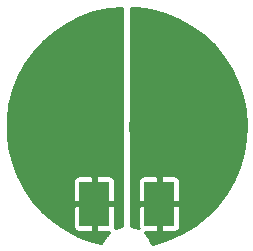
<source format=gbr>
%TF.GenerationSoftware,KiCad,Pcbnew,(5.1.6)-1*%
%TF.CreationDate,2022-08-09T23:36:10-07:00*%
%TF.ProjectId,Starboard_LED,53746172-626f-4617-9264-5f4c45442e6b,rev?*%
%TF.SameCoordinates,Original*%
%TF.FileFunction,Copper,L1,Top*%
%TF.FilePolarity,Positive*%
%FSLAX46Y46*%
G04 Gerber Fmt 4.6, Leading zero omitted, Abs format (unit mm)*
G04 Created by KiCad (PCBNEW (5.1.6)-1) date 2022-08-09 23:36:10*
%MOMM*%
%LPD*%
G01*
G04 APERTURE LIST*
%TA.AperFunction,SMDPad,CuDef*%
%ADD10R,2.500000X3.800000*%
%TD*%
%TA.AperFunction,SMDPad,CuDef*%
%ADD11R,0.260000X0.900000*%
%TD*%
%TA.AperFunction,Conductor*%
%ADD12C,0.254000*%
%TD*%
G04 APERTURE END LIST*
D10*
%TO.P,J2,1*%
%TO.N,Net-(D1-Pad1)*%
X154750000Y-111500000D03*
%TD*%
%TO.P,J1,1*%
%TO.N,Net-(D1-Pad2)*%
X160250000Y-111500000D03*
%TD*%
D11*
%TO.P,D1,2*%
%TO.N,Net-(D1-Pad2)*%
X157800000Y-105000000D03*
%TO.P,D1,1*%
%TO.N,Net-(D1-Pad1)*%
X157220000Y-105000000D03*
%TD*%
D12*
%TO.N,Net-(D1-Pad1)*%
G36*
X157123000Y-94905712D02*
G01*
X157123000Y-113376783D01*
X156901689Y-113419239D01*
X156862415Y-113430842D01*
X156822954Y-113441904D01*
X156817095Y-113444231D01*
X156817089Y-113444233D01*
X156817084Y-113444236D01*
X156498080Y-113573509D01*
X156519375Y-113503310D01*
X156529550Y-113400000D01*
X156527000Y-111758750D01*
X156395250Y-111627000D01*
X154877000Y-111627000D01*
X154877000Y-113795250D01*
X155008750Y-113927000D01*
X155983555Y-113929508D01*
X155794838Y-114114698D01*
X155768518Y-114146132D01*
X155741802Y-114177148D01*
X155738205Y-114182334D01*
X155538816Y-114474187D01*
X155519103Y-114510135D01*
X155498920Y-114545749D01*
X155496399Y-114551535D01*
X155366088Y-114856452D01*
X154577004Y-114669640D01*
X153420360Y-114241341D01*
X152324534Y-113675275D01*
X151921289Y-113400000D01*
X152970450Y-113400000D01*
X152980625Y-113503310D01*
X153010760Y-113602650D01*
X153059695Y-113694202D01*
X153125552Y-113774448D01*
X153205798Y-113840305D01*
X153297350Y-113889240D01*
X153396690Y-113919375D01*
X153500000Y-113929550D01*
X154491250Y-113927000D01*
X154623000Y-113795250D01*
X154623000Y-111627000D01*
X153104750Y-111627000D01*
X152973000Y-111758750D01*
X152970450Y-113400000D01*
X151921289Y-113400000D01*
X151305859Y-112979878D01*
X150379529Y-112165524D01*
X149559347Y-111244348D01*
X148857542Y-110230082D01*
X148527013Y-109600000D01*
X152970450Y-109600000D01*
X152973000Y-111241250D01*
X153104750Y-111373000D01*
X154623000Y-111373000D01*
X154623000Y-109204750D01*
X154877000Y-109204750D01*
X154877000Y-111373000D01*
X156395250Y-111373000D01*
X156527000Y-111241250D01*
X156529550Y-109600000D01*
X156519375Y-109496690D01*
X156489240Y-109397350D01*
X156440305Y-109305798D01*
X156374448Y-109225552D01*
X156294202Y-109159695D01*
X156202650Y-109110760D01*
X156103310Y-109080625D01*
X156000000Y-109070450D01*
X155008750Y-109073000D01*
X154877000Y-109204750D01*
X154623000Y-109204750D01*
X154491250Y-109073000D01*
X153500000Y-109070450D01*
X153396690Y-109080625D01*
X153297350Y-109110760D01*
X153205798Y-109159695D01*
X153125552Y-109225552D01*
X153059695Y-109305798D01*
X153010760Y-109397350D01*
X152980625Y-109496690D01*
X152970450Y-109600000D01*
X148527013Y-109600000D01*
X148284574Y-109137845D01*
X147848986Y-107983919D01*
X147557276Y-106785522D01*
X147413787Y-105560497D01*
X147420661Y-104327120D01*
X147577795Y-103103768D01*
X147882847Y-101908688D01*
X148331263Y-100759705D01*
X148916368Y-99673921D01*
X149629437Y-98667538D01*
X150459836Y-97755558D01*
X151395186Y-96951578D01*
X152421552Y-96267577D01*
X153523613Y-95713763D01*
X154684965Y-95298380D01*
X155888278Y-95027628D01*
X157115616Y-94905542D01*
X157123000Y-94905712D01*
G37*
X157123000Y-94905712D02*
X157123000Y-113376783D01*
X156901689Y-113419239D01*
X156862415Y-113430842D01*
X156822954Y-113441904D01*
X156817095Y-113444231D01*
X156817089Y-113444233D01*
X156817084Y-113444236D01*
X156498080Y-113573509D01*
X156519375Y-113503310D01*
X156529550Y-113400000D01*
X156527000Y-111758750D01*
X156395250Y-111627000D01*
X154877000Y-111627000D01*
X154877000Y-113795250D01*
X155008750Y-113927000D01*
X155983555Y-113929508D01*
X155794838Y-114114698D01*
X155768518Y-114146132D01*
X155741802Y-114177148D01*
X155738205Y-114182334D01*
X155538816Y-114474187D01*
X155519103Y-114510135D01*
X155498920Y-114545749D01*
X155496399Y-114551535D01*
X155366088Y-114856452D01*
X154577004Y-114669640D01*
X153420360Y-114241341D01*
X152324534Y-113675275D01*
X151921289Y-113400000D01*
X152970450Y-113400000D01*
X152980625Y-113503310D01*
X153010760Y-113602650D01*
X153059695Y-113694202D01*
X153125552Y-113774448D01*
X153205798Y-113840305D01*
X153297350Y-113889240D01*
X153396690Y-113919375D01*
X153500000Y-113929550D01*
X154491250Y-113927000D01*
X154623000Y-113795250D01*
X154623000Y-111627000D01*
X153104750Y-111627000D01*
X152973000Y-111758750D01*
X152970450Y-113400000D01*
X151921289Y-113400000D01*
X151305859Y-112979878D01*
X150379529Y-112165524D01*
X149559347Y-111244348D01*
X148857542Y-110230082D01*
X148527013Y-109600000D01*
X152970450Y-109600000D01*
X152973000Y-111241250D01*
X153104750Y-111373000D01*
X154623000Y-111373000D01*
X154623000Y-109204750D01*
X154877000Y-109204750D01*
X154877000Y-111373000D01*
X156395250Y-111373000D01*
X156527000Y-111241250D01*
X156529550Y-109600000D01*
X156519375Y-109496690D01*
X156489240Y-109397350D01*
X156440305Y-109305798D01*
X156374448Y-109225552D01*
X156294202Y-109159695D01*
X156202650Y-109110760D01*
X156103310Y-109080625D01*
X156000000Y-109070450D01*
X155008750Y-109073000D01*
X154877000Y-109204750D01*
X154623000Y-109204750D01*
X154491250Y-109073000D01*
X153500000Y-109070450D01*
X153396690Y-109080625D01*
X153297350Y-109110760D01*
X153205798Y-109159695D01*
X153125552Y-109225552D01*
X153059695Y-109305798D01*
X153010760Y-109397350D01*
X152980625Y-109496690D01*
X152970450Y-109600000D01*
X148527013Y-109600000D01*
X148284574Y-109137845D01*
X147848986Y-107983919D01*
X147557276Y-106785522D01*
X147413787Y-105560497D01*
X147420661Y-104327120D01*
X147577795Y-103103768D01*
X147882847Y-101908688D01*
X148331263Y-100759705D01*
X148916368Y-99673921D01*
X149629437Y-98667538D01*
X150459836Y-97755558D01*
X151395186Y-96951578D01*
X152421552Y-96267577D01*
X153523613Y-95713763D01*
X154684965Y-95298380D01*
X155888278Y-95027628D01*
X157115616Y-94905542D01*
X157123000Y-94905712D01*
%TO.N,Net-(D1-Pad2)*%
G36*
X158348682Y-94933939D02*
G01*
X159569107Y-95112400D01*
X160758678Y-95438260D01*
X161899670Y-95906665D01*
X162975079Y-96510633D01*
X163968856Y-97241150D01*
X164866207Y-98087342D01*
X165653741Y-99036583D01*
X166319722Y-100074723D01*
X166854222Y-101186291D01*
X167249270Y-102354707D01*
X167498981Y-103562563D01*
X167599629Y-104791849D01*
X167549716Y-106024238D01*
X167349984Y-107241354D01*
X167003414Y-108425052D01*
X166515166Y-109557699D01*
X165892524Y-110622399D01*
X165144765Y-111603287D01*
X164283047Y-112485727D01*
X163320205Y-113256577D01*
X162270601Y-113904337D01*
X161149878Y-114419354D01*
X159969771Y-114795537D01*
X159636221Y-114866435D01*
X159515912Y-114575405D01*
X159496644Y-114539258D01*
X159477878Y-114502837D01*
X159474419Y-114497564D01*
X159474416Y-114497559D01*
X159474412Y-114497555D01*
X159278509Y-114203360D01*
X159252562Y-114171614D01*
X159227102Y-114139560D01*
X159222682Y-114135055D01*
X159018133Y-113929503D01*
X159991250Y-113927000D01*
X160123000Y-113795250D01*
X160123000Y-111627000D01*
X160377000Y-111627000D01*
X160377000Y-113795250D01*
X160508750Y-113927000D01*
X161500000Y-113929550D01*
X161603310Y-113919375D01*
X161702650Y-113889240D01*
X161794202Y-113840305D01*
X161874448Y-113774448D01*
X161940305Y-113694202D01*
X161989240Y-113602650D01*
X162019375Y-113503310D01*
X162029550Y-113400000D01*
X162027000Y-111758750D01*
X161895250Y-111627000D01*
X160377000Y-111627000D01*
X160123000Y-111627000D01*
X158604750Y-111627000D01*
X158473000Y-111758750D01*
X158470450Y-113400000D01*
X158480625Y-113503310D01*
X158502610Y-113575782D01*
X158208467Y-113452497D01*
X158169326Y-113440426D01*
X158130345Y-113427805D01*
X158124170Y-113426499D01*
X157877000Y-113376031D01*
X157877000Y-109600000D01*
X158470450Y-109600000D01*
X158473000Y-111241250D01*
X158604750Y-111373000D01*
X160123000Y-111373000D01*
X160123000Y-109204750D01*
X160377000Y-109204750D01*
X160377000Y-111373000D01*
X161895250Y-111373000D01*
X162027000Y-111241250D01*
X162029550Y-109600000D01*
X162019375Y-109496690D01*
X161989240Y-109397350D01*
X161940305Y-109305798D01*
X161874448Y-109225552D01*
X161794202Y-109159695D01*
X161702650Y-109110760D01*
X161603310Y-109080625D01*
X161500000Y-109070450D01*
X160508750Y-109073000D01*
X160377000Y-109204750D01*
X160123000Y-109204750D01*
X159991250Y-109073000D01*
X159000000Y-109070450D01*
X158896690Y-109080625D01*
X158797350Y-109110760D01*
X158705798Y-109159695D01*
X158625552Y-109225552D01*
X158559695Y-109305798D01*
X158510760Y-109397350D01*
X158480625Y-109496690D01*
X158470450Y-109600000D01*
X157877000Y-109600000D01*
X157877000Y-94923076D01*
X158348682Y-94933939D01*
G37*
X158348682Y-94933939D02*
X159569107Y-95112400D01*
X160758678Y-95438260D01*
X161899670Y-95906665D01*
X162975079Y-96510633D01*
X163968856Y-97241150D01*
X164866207Y-98087342D01*
X165653741Y-99036583D01*
X166319722Y-100074723D01*
X166854222Y-101186291D01*
X167249270Y-102354707D01*
X167498981Y-103562563D01*
X167599629Y-104791849D01*
X167549716Y-106024238D01*
X167349984Y-107241354D01*
X167003414Y-108425052D01*
X166515166Y-109557699D01*
X165892524Y-110622399D01*
X165144765Y-111603287D01*
X164283047Y-112485727D01*
X163320205Y-113256577D01*
X162270601Y-113904337D01*
X161149878Y-114419354D01*
X159969771Y-114795537D01*
X159636221Y-114866435D01*
X159515912Y-114575405D01*
X159496644Y-114539258D01*
X159477878Y-114502837D01*
X159474419Y-114497564D01*
X159474416Y-114497559D01*
X159474412Y-114497555D01*
X159278509Y-114203360D01*
X159252562Y-114171614D01*
X159227102Y-114139560D01*
X159222682Y-114135055D01*
X159018133Y-113929503D01*
X159991250Y-113927000D01*
X160123000Y-113795250D01*
X160123000Y-111627000D01*
X160377000Y-111627000D01*
X160377000Y-113795250D01*
X160508750Y-113927000D01*
X161500000Y-113929550D01*
X161603310Y-113919375D01*
X161702650Y-113889240D01*
X161794202Y-113840305D01*
X161874448Y-113774448D01*
X161940305Y-113694202D01*
X161989240Y-113602650D01*
X162019375Y-113503310D01*
X162029550Y-113400000D01*
X162027000Y-111758750D01*
X161895250Y-111627000D01*
X160377000Y-111627000D01*
X160123000Y-111627000D01*
X158604750Y-111627000D01*
X158473000Y-111758750D01*
X158470450Y-113400000D01*
X158480625Y-113503310D01*
X158502610Y-113575782D01*
X158208467Y-113452497D01*
X158169326Y-113440426D01*
X158130345Y-113427805D01*
X158124170Y-113426499D01*
X157877000Y-113376031D01*
X157877000Y-109600000D01*
X158470450Y-109600000D01*
X158473000Y-111241250D01*
X158604750Y-111373000D01*
X160123000Y-111373000D01*
X160123000Y-109204750D01*
X160377000Y-109204750D01*
X160377000Y-111373000D01*
X161895250Y-111373000D01*
X162027000Y-111241250D01*
X162029550Y-109600000D01*
X162019375Y-109496690D01*
X161989240Y-109397350D01*
X161940305Y-109305798D01*
X161874448Y-109225552D01*
X161794202Y-109159695D01*
X161702650Y-109110760D01*
X161603310Y-109080625D01*
X161500000Y-109070450D01*
X160508750Y-109073000D01*
X160377000Y-109204750D01*
X160123000Y-109204750D01*
X159991250Y-109073000D01*
X159000000Y-109070450D01*
X158896690Y-109080625D01*
X158797350Y-109110760D01*
X158705798Y-109159695D01*
X158625552Y-109225552D01*
X158559695Y-109305798D01*
X158510760Y-109397350D01*
X158480625Y-109496690D01*
X158470450Y-109600000D01*
X157877000Y-109600000D01*
X157877000Y-94923076D01*
X158348682Y-94933939D01*
%TD*%
M02*

</source>
